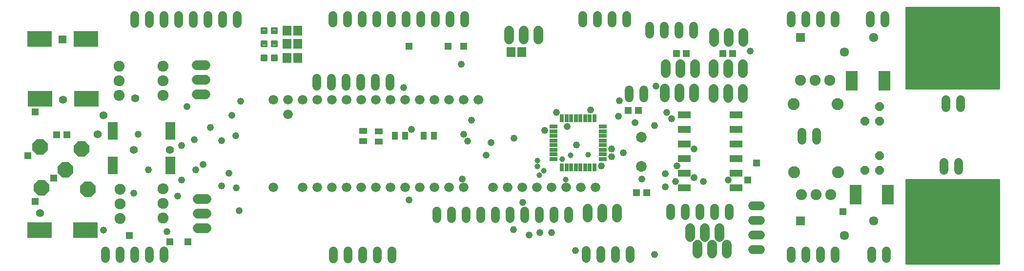
<source format=gts>
G75*
%MOIN*%
%OFA0B0*%
%FSLAX25Y25*%
%IPPOS*%
%LPD*%
%AMOC8*
5,1,8,0,0,1.08239X$1,22.5*
%
%ADD10C,0.01600*%
%ADD11R,0.05131X0.04737*%
%ADD12C,0.06800*%
%ADD13OC8,0.10800*%
%ADD14R,0.08700X0.05100*%
%ADD15C,0.06600*%
%ADD16C,0.07550*%
%ADD17R,0.05800X0.03000*%
%ADD18R,0.03000X0.05800*%
%ADD19C,0.07300*%
%ADD20C,0.06000*%
%ADD21R,0.16548X0.10643*%
%ADD22R,0.06981X0.11902*%
%ADD23R,0.03950X0.05524*%
%ADD24R,0.05524X0.03950*%
%ADD25R,0.06343X0.06343*%
%ADD26C,0.06343*%
%ADD27R,0.07887X0.13398*%
%ADD28OC8,0.06000*%
%ADD29C,0.08200*%
%ADD30R,0.05918X0.06706*%
%ADD31C,0.01421*%
%ADD32R,0.02769X0.13792*%
%ADD33R,0.02375X0.02769*%
%ADD34R,0.05918X0.13792*%
%ADD35R,0.04737X0.05131*%
%ADD36C,0.04762*%
%ADD37R,0.04762X0.04762*%
%ADD38C,0.03900*%
%ADD39C,0.05550*%
%ADD40R,0.05550X0.05550*%
%ADD41R,0.03900X0.03900*%
D10*
X0719526Y0125902D02*
X0782518Y0125902D01*
X0782518Y0182988D01*
X0719526Y0182988D01*
X0719526Y0125902D01*
X0719526Y0127130D02*
X0782518Y0127130D01*
X0782518Y0128729D02*
X0719526Y0128729D01*
X0719526Y0130327D02*
X0782518Y0130327D01*
X0782518Y0131926D02*
X0719526Y0131926D01*
X0719526Y0133524D02*
X0782518Y0133524D01*
X0782518Y0135123D02*
X0719526Y0135123D01*
X0719526Y0136721D02*
X0782518Y0136721D01*
X0782518Y0138320D02*
X0719526Y0138320D01*
X0719526Y0139918D02*
X0782518Y0139918D01*
X0782518Y0141517D02*
X0719526Y0141517D01*
X0719526Y0143115D02*
X0782518Y0143115D01*
X0782518Y0144714D02*
X0719526Y0144714D01*
X0719526Y0146312D02*
X0782518Y0146312D01*
X0782518Y0147911D02*
X0719526Y0147911D01*
X0719526Y0149509D02*
X0782518Y0149509D01*
X0782518Y0151108D02*
X0719526Y0151108D01*
X0719526Y0152706D02*
X0782518Y0152706D01*
X0782518Y0154305D02*
X0719526Y0154305D01*
X0719526Y0155903D02*
X0782518Y0155903D01*
X0782518Y0157502D02*
X0719526Y0157502D01*
X0719526Y0159100D02*
X0782518Y0159100D01*
X0782518Y0160699D02*
X0719526Y0160699D01*
X0719526Y0162297D02*
X0782518Y0162297D01*
X0782518Y0163896D02*
X0719526Y0163896D01*
X0719526Y0165494D02*
X0782518Y0165494D01*
X0782518Y0167093D02*
X0719526Y0167093D01*
X0719526Y0168691D02*
X0782518Y0168691D01*
X0782518Y0170290D02*
X0719526Y0170290D01*
X0719526Y0171888D02*
X0782518Y0171888D01*
X0782518Y0173487D02*
X0719526Y0173487D01*
X0719526Y0175085D02*
X0782518Y0175085D01*
X0782518Y0176684D02*
X0719526Y0176684D01*
X0719526Y0178282D02*
X0782518Y0178282D01*
X0782518Y0179881D02*
X0719526Y0179881D01*
X0719526Y0181479D02*
X0782518Y0181479D01*
X0782518Y0245980D02*
X0719526Y0245980D01*
X0719526Y0301098D01*
X0782518Y0301098D01*
X0782518Y0245980D01*
X0782518Y0247018D02*
X0719526Y0247018D01*
X0719526Y0248617D02*
X0782518Y0248617D01*
X0782518Y0250215D02*
X0719526Y0250215D01*
X0719526Y0251814D02*
X0782518Y0251814D01*
X0782518Y0253412D02*
X0719526Y0253412D01*
X0719526Y0255011D02*
X0782518Y0255011D01*
X0782518Y0256610D02*
X0719526Y0256610D01*
X0719526Y0258208D02*
X0782518Y0258208D01*
X0782518Y0259807D02*
X0719526Y0259807D01*
X0719526Y0261405D02*
X0782518Y0261405D01*
X0782518Y0263004D02*
X0719526Y0263004D01*
X0719526Y0264602D02*
X0782518Y0264602D01*
X0782518Y0266201D02*
X0719526Y0266201D01*
X0719526Y0267799D02*
X0782518Y0267799D01*
X0782518Y0269398D02*
X0719526Y0269398D01*
X0719526Y0270996D02*
X0782518Y0270996D01*
X0782518Y0272595D02*
X0719526Y0272595D01*
X0719526Y0274193D02*
X0782518Y0274193D01*
X0782518Y0275792D02*
X0719526Y0275792D01*
X0719526Y0277390D02*
X0782518Y0277390D01*
X0782518Y0278989D02*
X0719526Y0278989D01*
X0719526Y0280587D02*
X0782518Y0280587D01*
X0782518Y0282186D02*
X0719526Y0282186D01*
X0719526Y0283784D02*
X0782518Y0283784D01*
X0782518Y0285383D02*
X0719526Y0285383D01*
X0719526Y0286981D02*
X0782518Y0286981D01*
X0782518Y0288580D02*
X0719526Y0288580D01*
X0719526Y0290178D02*
X0782518Y0290178D01*
X0782518Y0291777D02*
X0719526Y0291777D01*
X0719526Y0293375D02*
X0782518Y0293375D01*
X0782518Y0294974D02*
X0719526Y0294974D01*
X0719526Y0296572D02*
X0782518Y0296572D01*
X0782518Y0298171D02*
X0719526Y0298171D01*
X0719526Y0299769D02*
X0782518Y0299769D01*
D11*
X0536435Y0230665D03*
X0529742Y0230665D03*
X0535401Y0174209D03*
X0542094Y0174209D03*
X0146100Y0213992D03*
X0139407Y0213992D03*
D12*
X0234793Y0241650D02*
X0240793Y0241650D01*
X0240793Y0251650D02*
X0234793Y0251650D01*
X0234793Y0261650D02*
X0240793Y0261650D01*
X0241581Y0169988D02*
X0235581Y0169988D01*
X0235581Y0159988D02*
X0241581Y0159988D01*
X0241581Y0149988D02*
X0235581Y0149988D01*
X0502072Y0157490D02*
X0502072Y0163490D01*
X0512072Y0163490D02*
X0512072Y0157490D01*
X0522072Y0157490D02*
X0522072Y0163490D01*
X0571993Y0149955D02*
X0571993Y0143955D01*
X0576793Y0138744D02*
X0576793Y0132744D01*
X0586793Y0132744D02*
X0586793Y0138744D01*
X0581993Y0143955D02*
X0581993Y0149955D01*
X0591993Y0149955D02*
X0591993Y0143955D01*
X0596793Y0138744D02*
X0596793Y0132744D01*
X0597974Y0239366D02*
X0597974Y0245366D01*
X0607974Y0245366D02*
X0607974Y0239366D01*
X0587974Y0239366D02*
X0587974Y0245366D01*
X0574510Y0245681D02*
X0574510Y0239681D01*
X0564510Y0239681D02*
X0564510Y0245681D01*
X0554510Y0245681D02*
X0554510Y0239681D01*
X0555297Y0256374D02*
X0555297Y0262374D01*
X0565297Y0262374D02*
X0565297Y0256374D01*
X0575297Y0256374D02*
X0575297Y0262374D01*
X0587974Y0262453D02*
X0587974Y0256453D01*
X0597974Y0256453D02*
X0597974Y0262453D01*
X0607974Y0262453D02*
X0607974Y0256453D01*
X0608100Y0277835D02*
X0608100Y0283835D01*
X0598100Y0283835D02*
X0598100Y0277835D01*
X0588100Y0277835D02*
X0588100Y0283835D01*
X0468112Y0285382D02*
X0468112Y0279382D01*
X0458112Y0279382D02*
X0458112Y0285382D01*
X0448112Y0285382D02*
X0448112Y0279382D01*
D13*
X0160510Y0176807D03*
X0145116Y0189878D03*
X0129014Y0177516D03*
X0128069Y0205665D03*
X0156415Y0204484D03*
D14*
X0567889Y0207634D03*
X0567889Y0217634D03*
X0567889Y0227634D03*
X0603289Y0227634D03*
X0603289Y0217634D03*
X0603289Y0207634D03*
X0603289Y0197634D03*
X0603289Y0187634D03*
X0603289Y0177634D03*
X0567889Y0177634D03*
X0567889Y0187634D03*
X0567889Y0197634D03*
D15*
X0507100Y0177862D03*
X0497100Y0177862D03*
X0487100Y0177862D03*
X0477100Y0177862D03*
X0467100Y0177862D03*
X0457100Y0177862D03*
X0447100Y0177862D03*
X0437100Y0177862D03*
X0417100Y0177862D03*
X0407100Y0177862D03*
X0397100Y0177862D03*
X0387100Y0177862D03*
X0377100Y0177862D03*
X0367100Y0177862D03*
X0357100Y0177862D03*
X0347100Y0177862D03*
X0337100Y0177862D03*
X0327100Y0177862D03*
X0317100Y0177862D03*
X0307100Y0177862D03*
X0287100Y0177862D03*
X0297100Y0227862D03*
X0297100Y0237862D03*
X0287100Y0237862D03*
X0307100Y0237862D03*
X0317100Y0237862D03*
X0327100Y0237862D03*
X0337100Y0237862D03*
X0347100Y0237862D03*
X0357100Y0237862D03*
X0367100Y0237862D03*
X0377100Y0237862D03*
X0387100Y0237862D03*
X0397100Y0237862D03*
X0407100Y0237862D03*
X0417100Y0237862D03*
X0427100Y0237862D03*
D16*
X0212085Y0177043D03*
X0212085Y0167043D03*
X0212085Y0157043D03*
X0182675Y0156650D03*
X0182675Y0166650D03*
X0182675Y0176650D03*
X0181998Y0240862D03*
X0181998Y0250862D03*
X0181998Y0260862D03*
X0211793Y0260941D03*
X0211793Y0250941D03*
X0211793Y0240941D03*
X0647360Y0251394D03*
X0657360Y0251394D03*
X0667360Y0251394D03*
X0667852Y0173146D03*
X0657852Y0173146D03*
X0647852Y0173146D03*
D17*
X0512323Y0197484D03*
X0512323Y0200634D03*
X0512323Y0203783D03*
X0512323Y0206933D03*
X0512323Y0210083D03*
X0512323Y0213232D03*
X0512323Y0216382D03*
X0512323Y0219531D03*
X0478523Y0219531D03*
X0478523Y0216382D03*
X0478523Y0213232D03*
X0478523Y0210083D03*
X0478523Y0206933D03*
X0478523Y0203783D03*
X0478523Y0200634D03*
X0478523Y0197484D03*
D18*
X0484400Y0191608D03*
X0487549Y0191608D03*
X0490699Y0191608D03*
X0493848Y0191608D03*
X0496998Y0191608D03*
X0500148Y0191608D03*
X0503297Y0191608D03*
X0506447Y0191608D03*
X0506447Y0225408D03*
X0503297Y0225408D03*
X0500148Y0225408D03*
X0496998Y0225408D03*
X0493848Y0225408D03*
X0490699Y0225408D03*
X0487549Y0225408D03*
X0484400Y0225408D03*
D19*
X0538435Y0212185D03*
X0538435Y0192185D03*
D20*
X0172595Y0134433D02*
X0172595Y0129233D01*
X0182595Y0129233D02*
X0182595Y0134433D01*
X0192595Y0134433D02*
X0192595Y0129233D01*
X0202595Y0129233D02*
X0202595Y0134433D01*
X0212595Y0134433D02*
X0212595Y0129233D01*
X0328136Y0129093D02*
X0328136Y0134293D01*
X0338136Y0134293D02*
X0338136Y0129093D01*
X0348136Y0129093D02*
X0348136Y0134293D01*
X0358136Y0134293D02*
X0358136Y0129093D01*
X0368136Y0129093D02*
X0368136Y0134293D01*
X0398885Y0156566D02*
X0398885Y0161766D01*
X0408885Y0161766D02*
X0408885Y0156566D01*
X0418885Y0156566D02*
X0418885Y0161766D01*
X0428885Y0161766D02*
X0428885Y0156566D01*
X0438885Y0156566D02*
X0438885Y0161766D01*
X0448885Y0161766D02*
X0448885Y0156566D01*
X0458885Y0156566D02*
X0458885Y0161766D01*
X0468885Y0161766D02*
X0468885Y0156566D01*
X0478885Y0156566D02*
X0478885Y0161766D01*
X0488885Y0161766D02*
X0488885Y0156566D01*
X0500938Y0134607D02*
X0500938Y0129407D01*
X0510938Y0129407D02*
X0510938Y0134607D01*
X0520938Y0134607D02*
X0520938Y0129407D01*
X0530938Y0129407D02*
X0530938Y0134607D01*
X0558667Y0158538D02*
X0558667Y0163738D01*
X0568667Y0163738D02*
X0568667Y0158538D01*
X0578667Y0158538D02*
X0578667Y0163738D01*
X0588667Y0163738D02*
X0588667Y0158538D01*
X0598667Y0158538D02*
X0598667Y0163738D01*
X0614563Y0165429D02*
X0619763Y0165429D01*
X0619763Y0155429D02*
X0614563Y0155429D01*
X0614563Y0145429D02*
X0619763Y0145429D01*
X0619763Y0135429D02*
X0614563Y0135429D01*
X0640963Y0134407D02*
X0640963Y0129207D01*
X0650963Y0129207D02*
X0650963Y0134407D01*
X0660963Y0134407D02*
X0660963Y0129207D01*
X0670963Y0129207D02*
X0670963Y0134407D01*
X0696081Y0134407D02*
X0696081Y0129207D01*
X0706081Y0129207D02*
X0706081Y0134407D01*
X0745293Y0189739D02*
X0745293Y0194939D01*
X0755293Y0194939D02*
X0755293Y0189739D01*
X0756437Y0232683D02*
X0756437Y0237883D01*
X0746437Y0237883D02*
X0746437Y0232683D01*
X0658344Y0215608D02*
X0658344Y0210408D01*
X0648344Y0210408D02*
X0648344Y0215608D01*
X0540234Y0239443D02*
X0540234Y0244643D01*
X0530234Y0244643D02*
X0530234Y0239443D01*
X0544211Y0283010D02*
X0544211Y0288210D01*
X0554211Y0288210D02*
X0554211Y0283010D01*
X0564211Y0283010D02*
X0564211Y0288210D01*
X0574211Y0288210D02*
X0574211Y0283010D01*
X0528738Y0290624D02*
X0528738Y0295824D01*
X0518738Y0295824D02*
X0518738Y0290624D01*
X0508738Y0290624D02*
X0508738Y0295824D01*
X0498738Y0295824D02*
X0498738Y0290624D01*
X0418069Y0290624D02*
X0418069Y0295824D01*
X0408069Y0295824D02*
X0408069Y0290624D01*
X0398069Y0290624D02*
X0398069Y0295824D01*
X0388069Y0295824D02*
X0388069Y0290624D01*
X0378069Y0290624D02*
X0378069Y0295824D01*
X0368069Y0295824D02*
X0368069Y0290624D01*
X0358069Y0290624D02*
X0358069Y0295824D01*
X0348069Y0295824D02*
X0348069Y0290624D01*
X0338069Y0290624D02*
X0338069Y0295824D01*
X0328069Y0295824D02*
X0328069Y0290624D01*
X0262595Y0290333D02*
X0262595Y0295533D01*
X0252595Y0295533D02*
X0252595Y0290333D01*
X0242595Y0290333D02*
X0242595Y0295533D01*
X0232595Y0295533D02*
X0232595Y0290333D01*
X0222595Y0290333D02*
X0222595Y0295533D01*
X0212595Y0295533D02*
X0212595Y0290333D01*
X0202595Y0290333D02*
X0202595Y0295533D01*
X0192595Y0295533D02*
X0192595Y0290333D01*
X0317065Y0252517D02*
X0317065Y0247317D01*
X0327065Y0247317D02*
X0327065Y0252517D01*
X0337065Y0252517D02*
X0337065Y0247317D01*
X0347065Y0247317D02*
X0347065Y0252517D01*
X0357065Y0252517D02*
X0357065Y0247317D01*
X0367065Y0247317D02*
X0367065Y0252517D01*
X0640963Y0290624D02*
X0640963Y0295824D01*
X0650963Y0295824D02*
X0650963Y0290624D01*
X0660963Y0290624D02*
X0660963Y0295824D01*
X0670963Y0295824D02*
X0670963Y0290624D01*
X0695077Y0290624D02*
X0695077Y0295824D01*
X0705077Y0295824D02*
X0705077Y0290624D01*
D21*
X0159156Y0279642D03*
X0127659Y0279642D03*
X0128022Y0238547D03*
X0159518Y0238547D03*
X0158959Y0148539D03*
X0127463Y0148539D03*
D22*
X0177746Y0192972D03*
X0216801Y0192972D03*
X0216801Y0216831D03*
X0177746Y0216831D03*
D23*
X0370321Y0213461D03*
X0377407Y0213461D03*
X0389833Y0213461D03*
X0396919Y0213461D03*
D24*
X0359329Y0216413D03*
X0348423Y0216665D03*
X0348423Y0209579D03*
X0359329Y0209327D03*
D25*
X0647380Y0154858D03*
X0647380Y0280843D03*
D26*
X0677380Y0270843D03*
X0697380Y0280843D03*
X0697380Y0154858D03*
X0677380Y0144858D03*
D27*
X0684880Y0173146D03*
X0706927Y0173146D03*
X0704467Y0250902D03*
X0682419Y0250902D03*
D28*
X0701396Y0233264D03*
X0701396Y0223264D03*
X0691396Y0223264D03*
X0701396Y0199799D03*
X0701396Y0189799D03*
X0691396Y0189799D03*
D29*
X0673010Y0188402D03*
X0643010Y0188402D03*
X0642518Y0235154D03*
X0672518Y0235154D03*
D30*
X0457026Y0270587D03*
X0449545Y0270587D03*
X0303974Y0266650D03*
X0296494Y0266650D03*
X0296494Y0276492D03*
X0303974Y0276492D03*
X0303974Y0285350D03*
X0296494Y0285350D03*
D31*
X0289597Y0287008D02*
X0289597Y0283692D01*
X0286281Y0283692D01*
X0286281Y0287008D01*
X0289597Y0287008D01*
X0289597Y0285112D02*
X0286281Y0285112D01*
X0286281Y0286532D02*
X0289597Y0286532D01*
X0282691Y0287008D02*
X0282691Y0283692D01*
X0279375Y0283692D01*
X0279375Y0287008D01*
X0282691Y0287008D01*
X0282691Y0285112D02*
X0279375Y0285112D01*
X0279375Y0286532D02*
X0282691Y0286532D01*
X0282691Y0278150D02*
X0282691Y0274834D01*
X0279375Y0274834D01*
X0279375Y0278150D01*
X0282691Y0278150D01*
X0282691Y0276254D02*
X0279375Y0276254D01*
X0279375Y0277674D02*
X0282691Y0277674D01*
X0289597Y0278150D02*
X0289597Y0274834D01*
X0286281Y0274834D01*
X0286281Y0278150D01*
X0289597Y0278150D01*
X0289597Y0276254D02*
X0286281Y0276254D01*
X0286281Y0277674D02*
X0289597Y0277674D01*
X0289597Y0268308D02*
X0289597Y0264992D01*
X0286281Y0264992D01*
X0286281Y0268308D01*
X0289597Y0268308D01*
X0289597Y0266412D02*
X0286281Y0266412D01*
X0286281Y0267832D02*
X0289597Y0267832D01*
X0282691Y0268308D02*
X0282691Y0264992D01*
X0279375Y0264992D01*
X0279375Y0268308D01*
X0282691Y0268308D01*
X0282691Y0266412D02*
X0279375Y0266412D01*
X0279375Y0267832D02*
X0282691Y0267832D01*
D32*
X0745788Y0273472D03*
X0757599Y0273472D03*
X0756435Y0154445D03*
X0744624Y0154445D03*
D33*
X0743246Y0154445D03*
X0757813Y0154445D03*
X0758977Y0273472D03*
X0744410Y0273472D03*
D34*
X0751693Y0273472D03*
X0750530Y0154445D03*
D35*
X0600825Y0269602D03*
X0594132Y0269602D03*
X0569329Y0269602D03*
X0562636Y0269602D03*
D36*
X0548648Y0247264D03*
X0523624Y0237433D03*
X0503963Y0231177D03*
X0523022Y0226760D03*
X0534348Y0222240D03*
X0547754Y0220453D03*
X0559372Y0224921D03*
X0555797Y0229390D03*
X0574565Y0204366D03*
X0562947Y0192748D03*
X0554904Y0187386D03*
X0562053Y0182024D03*
X0554904Y0178449D03*
X0538911Y0183811D03*
X0511112Y0192748D03*
X0518262Y0199004D03*
X0518262Y0204366D03*
X0526305Y0201685D03*
X0494132Y0207047D03*
X0472683Y0216878D03*
X0487876Y0219559D03*
X0480726Y0229390D03*
X0451566Y0211516D03*
X0436041Y0208835D03*
X0419955Y0209728D03*
X0417274Y0214197D03*
X0422636Y0224028D03*
X0381526Y0217772D03*
X0432467Y0199898D03*
X0416380Y0183811D03*
X0379832Y0169512D03*
X0451234Y0148957D03*
X0461959Y0145382D03*
X0469108Y0147169D03*
X0477152Y0147169D03*
X0493644Y0134764D03*
X0547478Y0132008D03*
X0457490Y0167724D03*
X0574565Y0184705D03*
X0580821Y0182024D03*
X0597801Y0182917D03*
X0415486Y0262457D03*
X0376163Y0246370D03*
X0264801Y0237122D03*
X0258896Y0227464D03*
X0244132Y0218974D03*
X0261628Y0213194D03*
X0252006Y0210055D03*
X0233305Y0210547D03*
X0224447Y0206610D03*
X0239211Y0193815D03*
X0234289Y0189878D03*
X0224447Y0182988D03*
X0201809Y0189878D03*
X0191967Y0174130D03*
X0221986Y0172161D03*
X0252006Y0178933D03*
X0261848Y0177812D03*
X0256927Y0187559D03*
X0264019Y0162103D03*
X0214604Y0147555D03*
X0171297Y0148539D03*
X0194919Y0214484D03*
X0228384Y0233185D03*
X0612994Y0271394D03*
D37*
X0617163Y0194799D03*
X0611258Y0182988D03*
X0676219Y0161335D03*
X0417360Y0274524D03*
X0406533Y0274524D03*
X0379959Y0274524D03*
X0137341Y0184465D03*
X0119624Y0199720D03*
X0124545Y0229740D03*
X0124545Y0168224D03*
X0189014Y0145094D03*
X0216573Y0140665D03*
X0228876Y0140665D03*
D38*
X0467695Y0192233D03*
X0467695Y0196433D03*
X0472085Y0189493D03*
X0468945Y0186433D03*
X0486785Y0183313D03*
X0484745Y0197233D03*
X0490135Y0200123D03*
X0502345Y0200183D03*
D39*
X0216573Y0203657D03*
X0191967Y0203657D03*
X0167360Y0214484D03*
X0171297Y0227280D03*
X0192951Y0239091D03*
X0143738Y0238106D03*
X0127990Y0160350D03*
D40*
X0143246Y0279445D03*
D41*
X0750394Y0279889D03*
X0750394Y0282389D03*
X0752894Y0282389D03*
X0752894Y0279889D03*
X0752894Y0277389D03*
X0750394Y0277389D03*
X0750394Y0274889D03*
X0750394Y0272389D03*
X0750394Y0269889D03*
X0750394Y0267389D03*
X0750394Y0264889D03*
X0752894Y0264889D03*
X0752894Y0267389D03*
X0752894Y0269889D03*
X0752894Y0272389D03*
X0752894Y0274889D03*
X0751789Y0163165D03*
X0751730Y0160665D03*
X0751730Y0158165D03*
X0751730Y0155665D03*
X0751730Y0153165D03*
X0751730Y0150665D03*
X0751730Y0148165D03*
X0751730Y0145665D03*
X0749230Y0145665D03*
X0749230Y0148165D03*
X0749230Y0150665D03*
X0749230Y0153165D03*
X0749230Y0155665D03*
X0749230Y0158165D03*
X0749230Y0160665D03*
X0749230Y0163165D03*
M02*

</source>
